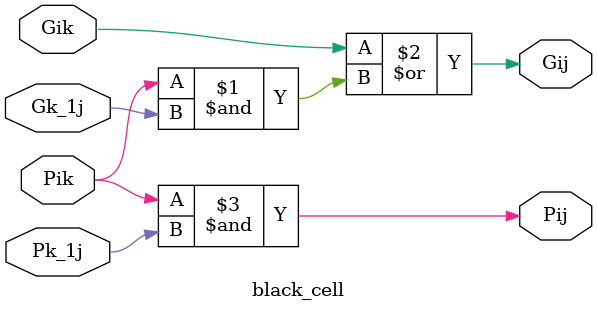
<source format=v>
`timescale 1ns / 1ps

module black_cell(
    Gik, Pik, Gk_1j, Pk_1j, Gij, Pij
    );
    input Gik, Gk_1j, Pik, Pk_1j;
    output Gij, Pij;
    
    assign Gij = Gik | Pik & Gk_1j;
    assign Pij = Pik & Pk_1j;
endmodule

</source>
